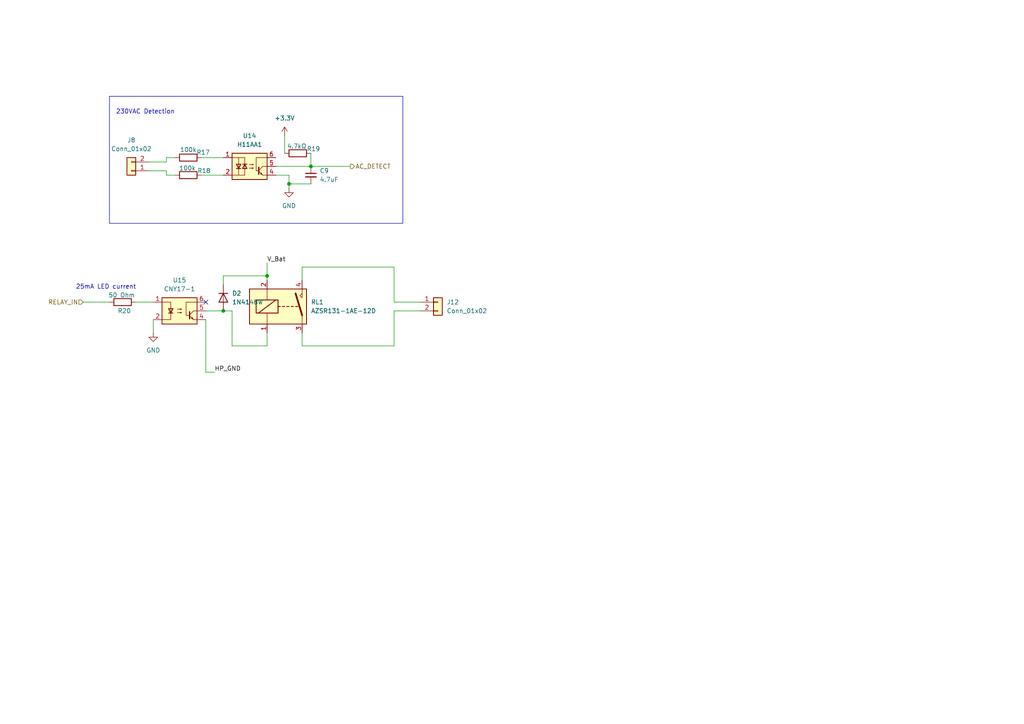
<source format=kicad_sch>
(kicad_sch (version 20231120) (generator "eeschema") (generator_version "8.0")
  (paper "A4")
  (lib_symbols
    (symbol "Connector_Generic:Conn_01x02" (pin_names (offset 1.016) hide)
      (property "Reference" "J" (at 0 2.54 0))
      (property "Value" "Conn_01x02" (at 0 -5.08 0))
      (symbol "Conn_01x02_1_1"
        (rectangle (start -1.27 -2.413) (end 0 -2.667) (stroke (width 0.1524)))
        (rectangle (start -1.27 0.127) (end 0 -0.127) (stroke (width 0.1524)))
        (rectangle (start -1.27 1.27) (end 1.27 -3.81) (stroke (width 0.254)) (fill (type background)))
        (pin passive line (at -5.08 0 0) (length 3.81) (name "Pin_1") (number "1"))
        (pin passive line (at -5.08 -2.54 0) (length 3.81) (name "Pin_2") (number "2"))
      )
    )
    (symbol "Device:C_Small" (pin_numbers hide) (pin_names (offset 0.254) hide)
      (property "Reference" "C" (at 0.254 1.778 0))
      (property "Value" "C_Small" (at 0.254 -2.032 0))
      (symbol "C_Small_0_1"
        (polyline (pts (xy -1.524 -0.508) (xy 1.524 -0.508)) (stroke (width 0.3302)))
        (polyline (pts (xy -1.524 0.508) (xy 1.524 0.508)) (stroke (width 0.3048)))
      )
      (symbol "C_Small_1_1"
        (pin passive line (at 0 2.54 270) (length 2.032) (name "~") (number "1"))
        (pin passive line (at 0 -2.54 90) (length 2.032) (name "~") (number "2"))
      )
    )
    (symbol "Device:R" (pin_numbers hide) (pin_names (offset 0))
      (property "Reference" "R" (at 2.032 0 90))
      (property "Value" "R" (at 0 0 90))
      (symbol "R_0_1"
        (rectangle (start -1.016 -2.54) (end 1.016 2.54) (stroke (width 0.254)))
      )
      (symbol "R_1_1"
        (pin passive line (at 0 3.81 270) (length 1.27) (name "~") (number "1"))
        (pin passive line (at 0 -3.81 90) (length 1.27) (name "~") (number "2"))
      )
    )
    (symbol "Diode:1N4148W" (pin_numbers hide) (pin_names hide)
      (property "Reference" "D" (at 0 2.54 0))
      (property "Value" "1N4148W" (at 0 -2.54 0))
      (symbol "1N4148W_0_1"
        (polyline (pts (xy -1.27 1.27) (xy -1.27 -1.27)) (stroke (width 0.254)))
        (polyline (pts (xy 1.27 0) (xy -1.27 0)))
        (polyline (pts (xy 1.27 1.27) (xy 1.27 -1.27) (xy -1.27 0) (xy 1.27 1.27)) (stroke (width 0.254)))
      )
      (symbol "1N4148W_1_1"
        (pin passive line (at -3.81 0 0) (length 2.54) (name "K") (number "1"))
        (pin passive line (at 3.81 0 180) (length 2.54) (name "A") (number "2"))
      )
    )
    (symbol "Isolator:CNY17-1" (pin_names (offset 1.016))
      (property "Reference" "U" (at -5.08 5.08 0))
      (property "Value" "CNY17-1" (at 0 5.08 0))
      (symbol "CNY17-1_0_1"
        (rectangle (start -5.08 3.81) (end 5.08 -3.81) (stroke (width 0.254)) (fill (type background)))
        (polyline (pts (xy -3.175 -0.635) (xy -1.905 -0.635)) (stroke (width 0.254)))
        (polyline (pts (xy 2.921 -1.397) (xy 4.064 -2.54)))
        (polyline (pts (xy 2.921 -1.27) (xy 1.905 -1.27)))
        (polyline (pts (xy 2.921 -1.143) (xy 4.064 0)))
        (polyline (pts (xy 4.064 -2.54) (xy 5.08 -2.54)))
        (polyline (pts (xy 5.08 0) (xy 4.064 0)))
        (polyline (pts (xy -5.08 2.54) (xy -2.54 2.54) (xy -2.54 -0.762)))
        (polyline (pts (xy -2.54 -0.635) (xy -2.54 -2.54) (xy -5.08 -2.54)))
        (polyline (pts (xy 1.905 -1.27) (xy 1.905 2.54) (xy 5.08 2.54)))
        (polyline (pts (xy 2.921 -0.254) (xy 2.921 -2.286) (xy 2.921 -2.286)) (stroke (width 0.3556)))
        (polyline (pts (xy -2.54 -0.635) (xy -3.175 0.635) (xy -1.905 0.635) (xy -2.54 -0.635)) (stroke (width 0.254)))
        (polyline (pts (xy 3.937 -2.413) (xy 3.683 -1.905) (xy 3.429 -2.159) (xy 3.937 -2.413)))
        (polyline (pts (xy -0.635 -0.508) (xy 0.635 -0.508) (xy 0.254 -0.635) (xy 0.254 -0.381) (xy 0.635 -0.508)))
        (polyline (pts (xy -0.635 0.508) (xy 0.635 0.508) (xy 0.254 0.381) (xy 0.254 0.635) (xy 0.635 0.508)))
      )
      (symbol "CNY17-1_1_1"
        (pin passive line (at -7.62 2.54 0) (length 2.54) (name "~") (number "1"))
        (pin passive line (at -7.62 -2.54 0) (length 2.54) (name "~") (number "2"))
        (pin no_connect line (at -5.08 0 0) (length 2.54) hide (name "NC") (number "3"))
        (pin passive line (at 7.62 -2.54 180) (length 2.54) (name "~") (number "4"))
        (pin passive line (at 7.62 0 180) (length 2.54) (name "~") (number "5"))
        (pin passive line (at 7.62 2.54 180) (length 2.54) (name "~") (number "6"))
      )
    )
    (symbol "Isolator:H11AA1"
      (property "Reference" "U" (at -5.334 4.953 0))
      (property "Value" "H11AA1" (at 0.635 4.953 0))
      (symbol "H11AA1_0_1"
        (polyline (pts (xy -2.032 0.635) (xy -0.762 0.635)) (stroke (width 0.254)))
        (polyline (pts (xy -1.397 -2.54) (xy -3.175 -2.54)) (stroke (width 0.1524)))
        (polyline (pts (xy -1.397 -0.635) (xy -1.397 -2.54)))
        (polyline (pts (xy -1.397 0.635) (xy -1.397 -0.635)))
        (polyline (pts (xy -1.397 0.635) (xy -1.397 2.54)))
        (polyline (pts (xy -1.397 2.54) (xy -3.175 2.54)) (stroke (width 0.1524)))
        (polyline (pts (xy -1.397 0.635) (xy -2.032 -0.635) (xy -0.762 -0.635) (xy -1.397 0.635)) (stroke (width 0.254)))
      )
      (symbol "H11AA1_1_1"
        (rectangle (start -5.08 3.81) (end 5.08 -3.81) (stroke (width 0.254)) (fill (type background)))
        (polyline (pts (xy -3.81 -0.635) (xy -2.54 -0.635)) (stroke (width 0.254)))
        (polyline (pts (xy 2.667 -1.397) (xy 3.81 -2.54)))
        (polyline (pts (xy 2.667 -1.143) (xy 3.81 0)))
        (polyline (pts (xy 3.81 -2.54) (xy 5.08 -2.54)))
        (polyline (pts (xy 3.81 0) (xy 5.08 0)))
        (polyline (pts (xy 2.667 -0.254) (xy 2.667 -2.286) (xy 2.667 -2.286)) (stroke (width 0.3556)))
        (polyline (pts (xy -5.08 -2.54) (xy -3.175 -2.54) (xy -3.175 2.54) (xy -5.08 2.54)))
        (polyline (pts (xy -3.175 -0.635) (xy -3.81 0.635) (xy -2.54 0.635) (xy -3.175 -0.635)) (stroke (width 0.254)))
        (polyline (pts (xy 3.683 -2.413) (xy 3.429 -1.905) (xy 3.175 -2.159) (xy 3.683 -2.413)))
        (polyline (pts (xy 5.08 2.54) (xy 1.905 2.54) (xy 1.905 -1.27) (xy 2.54 -1.27)))
        (polyline (pts (xy -0.127 -0.508) (xy 1.143 -0.508) (xy 0.762 -0.635) (xy 0.762 -0.381) (xy 1.143 -0.508)))
        (polyline (pts (xy -0.127 0.508) (xy 1.143 0.508) (xy 0.762 0.381) (xy 0.762 0.635) (xy 1.143 0.508)))
        (pin passive line (at -7.62 2.54 0) (length 2.54) (name "~") (number "1"))
        (pin passive line (at -7.62 -2.54 0) (length 2.54) (name "~") (number "2"))
        (pin no_connect line (at -5.08 0 0) (length 2.54) hide (name "NC") (number "3"))
        (pin passive line (at 7.62 -2.54 180) (length 2.54) (name "~") (number "4"))
        (pin passive line (at 7.62 0 180) (length 2.54) (name "~") (number "5"))
        (pin passive line (at 7.62 2.54 180) (length 2.54) (name "~") (number "6"))
      )
    )
    (symbol "Relay:AZSR131-1AE-12D"
      (property "Reference" "RL2" (at 12.065 0 90))
      (property "Value" "AZSR131-1AE-12D" (at 9.525 0 90))
      (symbol "AZSR131-1AE-12D_0_0"
        (polyline (pts (xy 5.08 5.08) (xy 5.08 2.54) (xy 4.445 3.175) (xy 5.08 3.81)))
      )
      (symbol "AZSR131-1AE-12D_0_1"
        (rectangle (start -10.16 5.08) (end 6.35 -5.08) (stroke (width 0.254)) (fill (type background)))
        (rectangle (start -8.255 1.905) (end -1.905 -1.905) (stroke (width 0.254)))
        (polyline (pts (xy -7.62 -1.905) (xy -2.54 1.905)) (stroke (width 0.254)))
        (polyline (pts (xy -5.08 -5.08) (xy -5.08 -1.905)))
        (polyline (pts (xy -5.08 5.08) (xy -5.08 1.905)))
        (polyline (pts (xy -1.905 0) (xy -1.27 0)) (stroke (width 0.254)))
        (polyline (pts (xy -0.635 0) (xy 0 0)) (stroke (width 0.254)))
        (polyline (pts (xy 0.635 0) (xy 1.27 0)) (stroke (width 0.254)))
        (polyline (pts (xy 1.905 0) (xy 2.54 0)) (stroke (width 0.254)))
        (polyline (pts (xy 3.175 0) (xy 3.81 0)) (stroke (width 0.254)))
        (polyline (pts (xy 5.08 -2.54) (xy 3.175 3.81)) (stroke (width 0.508)))
        (polyline (pts (xy 5.08 -2.54) (xy 5.08 -5.08)))
      )
      (symbol "AZSR131-1AE-12D_1_1"
        (pin passive line (at -5.08 -7.62 90) (length 2.54) (name "~") (number "1"))
        (pin passive line (at -5.08 7.62 270) (length 2.54) (name "~") (number "2"))
        (pin passive line (at 5.08 -7.62 90) (length 2.54) (name "~") (number "3"))
        (pin passive line (at 5.08 7.62 270) (length 2.54) (name "~") (number "4"))
      )
    )
    (symbol "power:+3.3V" (power) (pin_numbers hide) (pin_names (offset 0) hide)
      (property "Value" "+3.3V" (at 0 3.556 0))
      (symbol "+3.3V_0_1"
        (polyline (pts (xy -0.762 1.27) (xy 0 2.54)))
        (polyline (pts (xy 0 0) (xy 0 2.54)))
        (polyline (pts (xy 0 2.54) (xy 0.762 1.27)))
      )
      (symbol "+3.3V_1_1"
        (pin power_in line (at 0 0 90) (length 0) (name "~") (number "1"))
      )
    )
    (symbol "power:GND" (power) (pin_numbers hide) (pin_names (offset 0) hide)
      (property "Value" "GND" (at 0 -3.81 0))
      (symbol "GND_0_1"
        (polyline (pts (xy 0 0) (xy 0 -1.27) (xy 1.27 -1.27) (xy 0 -2.54) (xy -1.27 -1.27) (xy 0 -1.27)))
      )
      (symbol "GND_1_1"
        (pin power_in line (at 0 0 270) (length 0) (name "~") (number "1"))
      )
    )
  )
  (junction (at 64.77 90.17))
  (junction (at 77.47 80.01))
  (junction (at 83.82 53.34))
  (junction (at 90.17 48.26))
  (no_connect (at 59.69 87.63))
  (wire (pts (xy 48.26 45.72) (xy 48.26 46.99)))
  (wire (pts (xy 77.47 96.52) (xy 77.47 100.33)))
  (wire (pts (xy 90.17 48.26) (xy 101.6 48.26)))
  (wire (pts (xy 59.69 92.71) (xy 59.69 107.95)))
  (wire (pts (xy 87.63 100.33) (xy 114.3 100.33)))
  (wire (pts (xy 83.82 50.8) (xy 83.82 53.34)))
  (wire (pts (xy 58.42 50.8) (xy 64.77 50.8)))
  (wire (pts (xy 114.3 100.33) (xy 114.3 90.17)))
  (wire (pts (xy 48.26 49.53) (xy 48.26 50.8)))
  (wire (pts (xy 58.42 45.72) (xy 64.77 45.72)))
  (wire (pts (xy 59.69 107.95) (xy 62.23 107.95)))
  (wire (pts (xy 48.26 46.99) (xy 43.18 46.99)))
  (wire (pts (xy 121.92 87.63) (xy 114.3 87.63)))
  (wire (pts (xy 83.82 53.34) (xy 90.17 53.34)))
  (wire (pts (xy 24.13 87.63) (xy 31.75 87.63)))
  (wire (pts (xy 64.77 80.01) (xy 77.47 80.01)))
  (wire (pts (xy 77.47 100.33) (xy 67.31 100.33)))
  (wire (pts (xy 64.77 90.17) (xy 67.31 90.17)))
  (wire (pts (xy 64.77 82.55) (xy 64.77 80.01)))
  (wire (pts (xy 90.17 44.45) (xy 90.17 48.26)))
  (wire (pts (xy 77.47 76.2) (xy 77.47 80.01)))
  (wire (pts (xy 114.3 77.47) (xy 87.63 77.47)))
  (wire (pts (xy 67.31 100.33) (xy 67.31 90.17)))
  (wire (pts (xy 44.45 92.71) (xy 44.45 96.52)))
  (wire (pts (xy 64.77 90.17) (xy 59.69 90.17)))
  (wire (pts (xy 82.55 39.37) (xy 82.55 44.45)))
  (wire (pts (xy 77.47 80.01) (xy 77.47 81.28)))
  (wire (pts (xy 87.63 77.47) (xy 87.63 81.28)))
  (wire (pts (xy 83.82 53.34) (xy 83.82 54.61)))
  (wire (pts (xy 50.8 45.72) (xy 48.26 45.72)))
  (wire (pts (xy 80.01 48.26) (xy 90.17 48.26)))
  (wire (pts (xy 114.3 87.63) (xy 114.3 77.47)))
  (wire (pts (xy 114.3 90.17) (xy 121.92 90.17)))
  (wire (pts (xy 48.26 50.8) (xy 50.8 50.8)))
  (wire (pts (xy 83.82 50.8) (xy 80.01 50.8)))
  (wire (pts (xy 87.63 96.52) (xy 87.63 100.33)))
  (wire (pts (xy 39.37 87.63) (xy 44.45 87.63)))
  (wire (pts (xy 43.18 49.53) (xy 48.26 49.53)))
  (rectangle (start 31.75 27.94) (end 116.84 64.77))
  (text "25mA LED current\n" (at 30.734 83.312 0) (effects (font (size 1.27 1.27))))
  (text "230VAC Detection" (at 42.164 32.512 0) (effects (font (size 1.27 1.27))))
  (label "V_Bat" (at 77.47 76.2 0))
  (label "HP_GND" (at 62.23 107.95 0))
  (hierarchical_label "AC_DETECT" (shape output) (at 101.6 48.26 0))
  (hierarchical_label "RELAY_IN" (shape input) (at 24.13 87.63 180))
  (symbol (lib_id "Diode:1N4148W") (at 64.77 86.36 270) (unit 1)
    (property "Reference" "D2" (at 67.31 85.0899 90) (effects (justify left)))
    (property "Value" "1N4148W" (at 67.31 87.6299 90) (effects (justify left)))
    (property "Footprint" "Diode_SMD:D_SOD-123" (effects (hide yes)))
    (property "Datasheet" "https://www.vishay.com/docs/85748/1n4148w.pdf" (effects (hide yes)))
    (property "Description" "75V 0.15A Fast Switching Diode, SOD-123" (effects (hide yes)))
    (property "Sim.Device" "D" (effects (hide yes)))
    (property "Sim.Pins" "1=K 2=A" (effects (hide yes)))
  )
  (symbol (lib_id "Connector_Generic:Conn_01x02") (at 127 87.63 0) (unit 1)
    (property "Reference" "J12" (at 129.54 87.6299 0) (effects (justify left)))
    (property "Value" "Conn_01x02" (at 129.54 90.1699 0) (effects (justify left)))
    (property "Footprint" "TerminalBlock:TerminalBlock_Xinya_XY308-2.54-2P_1x02_P2.54mm_Horizontal" (effects (hide yes)))
    (property "Description" "Generic connector, single row, 01x02, script generated (kicad-library-utils/schlib/autogen/connector/)" (effects (hide yes)))
  )
  (symbol (lib_id "power:GND") (at 83.82 54.61 0) (unit 1)
    (property "Reference" "#PWR021" (effects (hide yes)))
    (property "Value" "GND" (at 83.82 59.69 0))
    (property "Description" "Power symbol creates a global label with name \"GND\" , ground" (effects (hide yes)))
  )
  (symbol (lib_id "Device:R") (at 35.56 87.63 90) (unit 1)
    (property "Reference" "R20" (at 36.068 90.17 90))
    (property "Value" "50 Ohm" (at 35.306 85.598 90))
    (property "Footprint" "Resistor_SMD:R_0805_2012Metric_Pad1.20x1.40mm_HandSolder" (effects (hide yes)))
    (property "Description" "Resistor" (effects (hide yes)))
  )
  (symbol (lib_id "Device:R") (at 86.36 44.45 90) (unit 1)
    (property "Reference" "R19" (at 90.932 43.18 90))
    (property "Value" "4.7kΩ" (at 86.106 42.418 90))
    (property "Footprint" "Resistor_SMD:R_0805_2012Metric_Pad1.20x1.40mm_HandSolder" (effects (hide yes)))
    (property "Description" "Resistor" (effects (hide yes)))
  )
  (symbol (lib_id "Isolator:H11AA1") (at 72.39 48.26 0) (unit 1)
    (property "Reference" "U14" (at 72.39 39.37 0))
    (property "Value" "H11AA1" (at 72.39 41.91 0))
    (property "Footprint" "Package_DIP:DIP-6_W7.62mm" (effects (hide yes)))
    (property "Datasheet" "https://www.vishay.com/docs/83608/h11aa1.pdf" (effects (hide yes)))
    (property "Description" "AC/DC NPN Optocoupler, DIP-6" (effects (hide yes)))
  )
  (symbol (lib_id "Connector_Generic:Conn_01x02") (at 38.1 49.53 180) (unit 1)
    (property "Reference" "J8" (at 38.1 40.64 0))
    (property "Value" "Conn_01x02" (at 38.1 43.18 0))
    (property "Footprint" "TerminalBlock:TerminalBlock_Xinya_XY308-2.54-2P_1x02_P2.54mm_Horizontal" (effects (hide yes)))
    (property "Description" "Generic connector, single row, 01x02, script generated (kicad-library-utils/schlib/autogen/connector/)" (effects (hide yes)))
  )
  (symbol (lib_id "power:+3.3V") (at 82.55 39.37 0) (unit 1)
    (property "Reference" "#PWR020" (effects (hide yes)))
    (property "Value" "+3.3V" (at 82.55 34.29 0))
    (property "Description" "Power symbol creates a global label with name \"+3.3V\"" (effects (hide yes)))
  )
  (symbol (lib_id "Device:R") (at 54.61 50.8 90) (unit 1)
    (property "Reference" "R18" (at 59.182 49.53 90))
    (property "Value" "100k" (at 54.356 48.768 90))
    (property "Footprint" "Resistor_THT:R_Axial_DIN0207_L6.3mm_D2.5mm_P7.62mm_Horizontal" (effects (hide yes)))
    (property "Description" "Resistor" (effects (hide yes)))
  )
  (symbol (lib_id "Relay:AZSR131-1AE-12D") (at 82.55 88.9 0) (unit 1)
    (property "Reference" "RL1" (at 90.17 87.6299 0) (effects (justify left)))
    (property "Value" "AZSR131-1AE-12D" (at 90.17 90.1699 0) (effects (justify left)))
    (property "Footprint" "HeavyDuty:PRE29-same-sky" (effects (hide yes)))
    (property "Datasheet" "https://www.mouser.pl/datasheet/2/1628/pre29-3510988.pdf" (effects (hide yes)))
    (property "Description" "SPST, Closing Contact, 277VAC 35A max, 12V DC coil voltage" (effects (hide yes)))
  )
  (symbol (lib_id "power:GND") (at 44.45 96.52 0) (unit 1)
    (property "Reference" "#PWR022" (effects (hide yes)))
    (property "Value" "GND" (at 44.45 101.6 0))
    (property "Description" "Power symbol creates a global label with name \"GND\" , ground" (effects (hide yes)))
  )
  (symbol (lib_id "Isolator:CNY17-1") (at 52.07 90.17 0) (unit 1)
    (property "Reference" "U15" (at 52.07 81.28 0))
    (property "Value" "CNY17-1" (at 52.07 83.82 0))
    (property "Footprint" "Package_TO_SOT_SMD:SOT-23-6" (effects (hide yes)))
    (property "Datasheet" "http://www.vishay.com/docs/83606/cny17.pdf" (effects (hide yes)))
    (property "Description" "DC Optocoupler Base Connected, Vce 70V, CTR 40-80%, Viso 5000V (RMS), DIP6" (effects (hide yes)))
  )
  (symbol (lib_id "Device:R") (at 54.61 45.72 90) (unit 1)
    (property "Reference" "R17" (at 58.928 44.196 90))
    (property "Value" "100k" (at 54.61 43.434 90))
    (property "Footprint" "Resistor_THT:R_Axial_DIN0207_L6.3mm_D2.5mm_P7.62mm_Horizontal" (effects (hide yes)))
    (property "Datasheet" "https://www.mouser.pl/datasheet/2/385/SEI_RNF_RNMF-3077683.pdf" (effects (hide yes)))
    (property "Description" "Resistor" (effects (hide yes)))
  )
  (symbol (lib_id "Device:C_Small") (at 90.17 50.8 0) (unit 1)
    (property "Reference" "C9" (at 92.71 49.5362 0) (effects (justify left)))
    (property "Value" "4.7uF" (at 92.71 52.0762 0) (effects (justify left)))
    (property "Footprint" "Capacitor_SMD:C_0805_2012Metric_Pad1.18x1.45mm_HandSolder" (effects (hide yes)))
    (property "Description" "Unpolarized capacitor, small symbol" (effects (hide yes)))
  )
)
</source>
